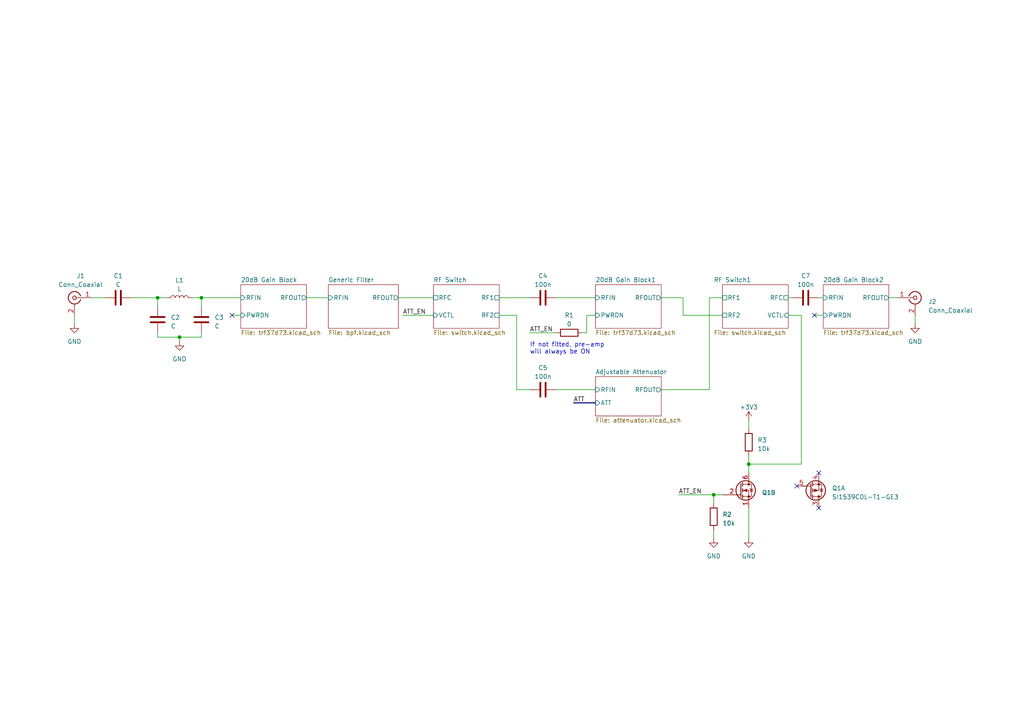
<source format=kicad_sch>
(kicad_sch (version 20210406) (generator eeschema)
  (paper "A4")
  (lib_symbols
    (symbol "Connector:Conn_Coaxial" (pin_names (offset 1.016) hide)
      (property "Reference" "J" (at 0.254 3.048 0))
      (property "Value" "Conn_Coaxial" (at 2.921 0 90))
      (symbol "Conn_Coaxial_0_1"
        (arc (start -1.778 0.508) (end 1.778 0) (radius (at -0.0508 0) (length 1.8034) (angles 163.6 0)) (stroke (width 0.254)))
        (arc (start 1.778 0) (end -1.778 -0.508) (radius (at -0.0254 0) (length 1.8034) (angles 0 -163.8)) (stroke (width 0.254)))
        (circle (center 0 0) (radius 0.508) (stroke (width 0.2032)))
        (polyline (pts (xy -2.54 0) (xy -0.508 0)))
        (polyline (pts (xy 0 -2.54) (xy 0 -1.778)))
      )
      (symbol "Conn_Coaxial_1_1"
        (pin passive line (at -5.08 0 0) (length 2.54) (name "In") (number "1"))
        (pin passive line (at 0 -5.08 90) (length 2.54) (name "Ext") (number "2"))
      )
    )
    (symbol "Device:C" (pin_numbers hide) (pin_names (offset 0.254))
      (property "Reference" "C" (at 0.635 2.54 0))
      (property "Value" "C" (at 0.635 -2.54 0))
      (symbol "C_0_1"
        (polyline (pts (xy -2.032 -0.762) (xy 2.032 -0.762)) (stroke (width 0.508)))
        (polyline (pts (xy -2.032 0.762) (xy 2.032 0.762)) (stroke (width 0.508)))
      )
      (symbol "C_1_1"
        (pin passive line (at 0 3.81 270) (length 2.794) (name "~") (number "1"))
        (pin passive line (at 0 -3.81 90) (length 2.794) (name "~") (number "2"))
      )
    )
    (symbol "Device:L" (pin_numbers hide) (pin_names (offset 1.016) hide)
      (property "Reference" "L" (at -1.27 0 90))
      (property "Value" "L" (at 1.905 0 90))
      (symbol "L_0_1"
        (arc (start 0 -2.54) (end 0 -1.27) (radius (at 0 -1.905) (length 0.635) (angles -89.9 89.9)))
        (arc (start 0 -1.27) (end 0 0) (radius (at 0 -0.635) (length 0.635) (angles -89.9 89.9)))
        (arc (start 0 0) (end 0 1.27) (radius (at 0 0.635) (length 0.635) (angles -89.9 89.9)))
        (arc (start 0 1.27) (end 0 2.54) (radius (at 0 1.905) (length 0.635) (angles -89.9 89.9)))
      )
      (symbol "L_1_1"
        (pin passive line (at 0 3.81 270) (length 1.27) (name "1") (number "1"))
        (pin passive line (at 0 -3.81 90) (length 1.27) (name "2") (number "2"))
      )
    )
    (symbol "Device:R" (pin_numbers hide) (pin_names (offset 0))
      (property "Reference" "R" (at 2.032 0 90))
      (property "Value" "R" (at 0 0 90))
      (symbol "R_0_1"
        (rectangle (start -1.016 -2.54) (end 1.016 2.54) (stroke (width 0.254)))
      )
      (symbol "R_1_1"
        (pin passive line (at 0 3.81 270) (length 1.27) (name "~") (number "1"))
        (pin passive line (at 0 -3.81 90) (length 1.27) (name "~") (number "2"))
      )
    )
    (symbol "FET_WUT:SI1539CDL-T1-GE3" (pin_names (offset 1.016))
      (property "Reference" "Q" (at 2.54 2.54 0))
      (property "Value" "SI1539CDL-T1-GE3" (at 11.43 -2.54 0))
      (symbol "SI1539CDL-T1-GE3_1_1"
        (circle (center -0.889 0) (radius 2.8194) (stroke (width 0.254)))
        (circle (center 0 -1.778) (radius 0.2794) (fill (type outline)))
        (circle (center 0 1.778) (radius 0.2794) (fill (type outline)))
        (polyline (pts (xy -5.08 1.27) (xy -2.286 1.27)))
        (polyline (pts (xy -1.778 -2.286) (xy -1.778 -1.27)) (stroke (width 0.254)))
        (polyline (pts (xy -1.778 -1.778) (xy 0 -1.778)))
        (polyline (pts (xy -1.778 -0.508) (xy -1.778 0.508)) (stroke (width 0.254)))
        (polyline (pts (xy -1.778 0) (xy 0 0)))
        (polyline (pts (xy -1.778 1.27) (xy -1.778 2.286)) (stroke (width 0.254)))
        (polyline (pts (xy -1.778 1.778) (xy 0 1.778)))
        (polyline (pts (xy 0 -2.54) (xy 0 -1.778)))
        (polyline (pts (xy 0 1.778) (xy 0 0)))
        (polyline (pts (xy 0 1.778) (xy 0 2.54)))
        (polyline (pts (xy -2.286 -1.905) (xy -2.286 1.905) (xy -2.286 1.905)) (stroke (width 0.254)))
        (polyline (pts (xy 0 1.778) (xy 0.762 1.778) (xy 0.762 -1.778) (xy 0 -1.778)))
        (polyline (pts (xy 0.254 0.508) (xy 0.381 0.381) (xy 1.143 0.381) (xy 1.27 0.254)))
        (polyline (pts (xy 0.762 0.381) (xy 0.381 -0.254) (xy 1.143 -0.254) (xy 0.762 0.381)))
        (polyline (pts (xy -0.254 0) (xy -1.27 0.381) (xy -1.27 -0.381) (xy -0.254 0)) (fill (type outline)))
        (pin passive line (at 0 -5.08 90) (length 2.54) (name "~") (number "3"))
        (pin passive line (at 0 5.08 270) (length 2.54) (name "~") (number "4"))
        (pin input line (at -6.35 1.27 0) (length 2.54) (name "~") (number "5"))
      )
      (symbol "SI1539CDL-T1-GE3_2_1"
        (circle (center -0.889 0) (radius 2.8194) (stroke (width 0.254)))
        (circle (center 0 -1.778) (radius 0.2794) (fill (type outline)))
        (circle (center 0 1.778) (radius 0.2794) (fill (type outline)))
        (polyline (pts (xy -1.778 -1.778) (xy 0 -1.778)))
        (polyline (pts (xy -1.778 -1.27) (xy -1.778 -2.286)) (stroke (width 0.254)))
        (polyline (pts (xy -1.778 0) (xy 0 0)))
        (polyline (pts (xy -1.778 0.508) (xy -1.778 -0.508)) (stroke (width 0.254)))
        (polyline (pts (xy -1.778 1.778) (xy 0 1.778)))
        (polyline (pts (xy -1.778 2.286) (xy -1.778 1.27)) (stroke (width 0.254)))
        (polyline (pts (xy 0 -1.778) (xy 0 -2.54)))
        (polyline (pts (xy 0 -1.778) (xy 0 0)))
        (polyline (pts (xy 0 2.54) (xy 0 1.778)))
        (polyline (pts (xy -2.286 1.905) (xy -2.286 -1.905) (xy -2.286 -1.905)) (stroke (width 0.254)))
        (polyline (pts (xy 0 -1.778) (xy 0.762 -1.778) (xy 0.762 1.778) (xy 0 1.778)))
        (polyline (pts (xy 0.254 0.508) (xy 0.381 0.381) (xy 1.143 0.381) (xy 1.27 0.254)))
        (polyline (pts (xy 0.762 0.381) (xy 0.381 -0.254) (xy 1.143 -0.254) (xy 0.762 0.381)))
        (polyline (pts (xy -1.524 0) (xy -0.508 0.381) (xy -0.508 -0.381) (xy -1.524 0)) (fill (type outline)))
        (pin passive line (at 0 -5.08 90) (length 2.54) (name "~") (number "1"))
        (pin input line (at -7.62 -1.27 0) (length 5.334) (name "~") (number "2"))
        (pin passive line (at 0 5.08 270) (length 2.54) (name "~") (number "6"))
      )
    )
    (symbol "power:+3.3V" (power) (pin_names (offset 0))
      (property "Value" "+3.3V" (at 0 3.556 0))
      (symbol "+3.3V_0_1"
        (polyline (pts (xy -0.762 1.27) (xy 0 2.54)))
        (polyline (pts (xy 0 0) (xy 0 2.54)))
        (polyline (pts (xy 0 2.54) (xy 0.762 1.27)))
      )
      (symbol "+3.3V_1_1"
        (pin power_in line (at 0 0 90) (length 0) hide (name "+3V3") (number "1"))
      )
    )
    (symbol "power:GND" (power) (pin_names (offset 0))
      (property "Value" "GND" (at 0 -3.81 0))
      (symbol "GND_0_1"
        (polyline (pts (xy 0 0) (xy 0 -1.27) (xy 1.27 -1.27) (xy 0 -2.54) (xy -1.27 -1.27) (xy 0 -1.27)))
      )
      (symbol "GND_1_1"
        (pin power_in line (at 0 0 270) (length 0) hide (name "GND") (number "1"))
      )
    )
  )
  (junction (at 45.72 86.36) (diameter 0.9144))
  (junction (at 52.07 97.79) (diameter 0.9144))
  (junction (at 58.42 86.36) (diameter 0.9144))
  (junction (at 207.01 143.51) (diameter 0.9144))
  (junction (at 217.17 134.62) (diameter 0.9144))
  (no_connect (at 67.31 91.44))
  (no_connect (at 231.14 140.97))
  (no_connect (at 236.22 91.44))
  (no_connect (at 237.49 137.16))
  (no_connect (at 237.49 147.32))
  (wire (pts (xy 21.59 91.44) (xy 21.59 93.98)))
  (wire (pts (xy 26.67 86.36) (xy 30.48 86.36)))
  (wire (pts (xy 38.1 86.36) (xy 45.72 86.36)))
  (wire (pts (xy 45.72 86.36) (xy 45.72 88.9)))
  (wire (pts (xy 45.72 86.36) (xy 48.26 86.36)))
  (wire (pts (xy 45.72 96.52) (xy 45.72 97.79)))
  (wire (pts (xy 45.72 97.79) (xy 52.07 97.79)))
  (wire (pts (xy 52.07 97.79) (xy 52.07 99.06)))
  (wire (pts (xy 52.07 97.79) (xy 58.42 97.79)))
  (wire (pts (xy 55.88 86.36) (xy 58.42 86.36)))
  (wire (pts (xy 58.42 86.36) (xy 58.42 88.9)))
  (wire (pts (xy 58.42 86.36) (xy 69.85 86.36)))
  (wire (pts (xy 58.42 97.79) (xy 58.42 96.52)))
  (wire (pts (xy 67.31 91.44) (xy 69.85 91.44)))
  (wire (pts (xy 88.9 86.36) (xy 95.25 86.36)))
  (wire (pts (xy 115.57 86.36) (xy 125.73 86.36)))
  (wire (pts (xy 116.84 91.44) (xy 125.73 91.44)))
  (wire (pts (xy 144.78 86.36) (xy 153.67 86.36)))
  (wire (pts (xy 144.78 91.44) (xy 149.86 91.44)))
  (wire (pts (xy 149.86 113.03) (xy 149.86 91.44)))
  (wire (pts (xy 149.86 113.03) (xy 153.67 113.03)))
  (wire (pts (xy 153.67 96.52) (xy 161.29 96.52)))
  (wire (pts (xy 161.29 86.36) (xy 172.72 86.36)))
  (wire (pts (xy 161.29 113.03) (xy 172.72 113.03)))
  (wire (pts (xy 170.18 91.44) (xy 170.18 96.52)))
  (wire (pts (xy 170.18 96.52) (xy 168.91 96.52)))
  (wire (pts (xy 172.72 91.44) (xy 170.18 91.44)))
  (wire (pts (xy 191.77 113.03) (xy 205.74 113.03)))
  (wire (pts (xy 196.85 143.51) (xy 207.01 143.51)))
  (wire (pts (xy 198.12 86.36) (xy 191.77 86.36)))
  (wire (pts (xy 198.12 91.44) (xy 198.12 86.36)))
  (wire (pts (xy 205.74 86.36) (xy 205.74 113.03)))
  (wire (pts (xy 207.01 143.51) (xy 207.01 146.05)))
  (wire (pts (xy 207.01 153.67) (xy 207.01 156.21)))
  (wire (pts (xy 209.55 86.36) (xy 205.74 86.36)))
  (wire (pts (xy 209.55 91.44) (xy 198.12 91.44)))
  (wire (pts (xy 209.55 143.51) (xy 207.01 143.51)))
  (wire (pts (xy 217.17 121.92) (xy 217.17 124.46)))
  (wire (pts (xy 217.17 132.08) (xy 217.17 134.62)))
  (wire (pts (xy 217.17 134.62) (xy 217.17 137.16)))
  (wire (pts (xy 217.17 134.62) (xy 232.41 134.62)))
  (wire (pts (xy 217.17 147.32) (xy 217.17 156.21)))
  (wire (pts (xy 228.6 86.36) (xy 229.87 86.36)))
  (wire (pts (xy 232.41 91.44) (xy 228.6 91.44)))
  (wire (pts (xy 232.41 134.62) (xy 232.41 91.44)))
  (wire (pts (xy 236.22 91.44) (xy 238.76 91.44)))
  (wire (pts (xy 237.49 86.36) (xy 238.76 86.36)))
  (wire (pts (xy 257.81 86.36) (xy 260.35 86.36)))
  (wire (pts (xy 265.43 91.44) (xy 265.43 93.98)))
  (bus (pts (xy 166.37 116.84) (xy 172.72 116.84)))
  (text "If not fitted, pre-amp\nwill always be ON" (at 153.67 102.87 0) (effects (font (size 1.27 1.27)) (justify left bottom)))
  (label "ATT_EN" (at 116.84 91.44 0))
  (label "ATT_EN" (at 153.67 96.52 0))
  (label "ATT" (at 166.37 116.84 0))
  (label "ATT_EN" (at 196.85 143.51 0))
  (symbol (lib_id "power:+3.3V") (at 217.17 121.92 0) (unit 1)
    (property "Reference" "#PWR04" (effects hide))
    (property "Value" "+3.3V" (at 217.17 118.11 0))
  )
  (symbol (lib_id "power:GND") (at 21.59 93.98 0) (unit 1)
    (property "Reference" "#PWR01" (effects hide))
    (property "Value" "GND" (at 21.59 99.06 0))
  )
  (symbol (lib_id "power:GND") (at 52.07 99.06 0) (unit 1)
    (property "Reference" "#PWR02" (effects hide))
    (property "Value" "GND" (at 52.07 104.14 0))
  )
  (symbol (lib_id "power:GND") (at 207.01 156.21 0) (unit 1)
    (property "Reference" "#PWR03" (effects hide))
    (property "Value" "GND" (at 207.01 161.29 0))
  )
  (symbol (lib_id "power:GND") (at 217.17 156.21 0) (unit 1)
    (property "Reference" "#PWR05" (effects hide))
    (property "Value" "GND" (at 217.17 161.29 0))
  )
  (symbol (lib_id "power:GND") (at 265.43 93.98 0) (unit 1)
    (property "Reference" "#PWR06" (effects hide))
    (property "Value" "GND" (at 265.43 99.06 0))
  )
  (symbol (lib_id "Device:L") (at 52.07 86.36 90) (unit 1)
    (property "Reference" "L1" (at 52.07 81.28 90))
    (property "Value" "L" (at 52.07 83.82 90))
    (property "Footprint" "Inductor_SMD:L_0603_1608Metric" (effects hide))
  )
  (symbol (lib_id "Device:R") (at 165.1 96.52 90) (unit 1)
    (property "Reference" "R1" (at 165.1 91.44 90))
    (property "Value" "0" (at 165.1 93.98 90))
    (property "Footprint" "Resistor_SMD:R_0402_1005Metric" (effects hide))
  )
  (symbol (lib_id "Device:R") (at 207.01 149.86 0) (unit 1)
    (property "Reference" "R2" (at 209.55 149.2249 0) (effects (justify left)))
    (property "Value" "10k" (at 209.55 151.7649 0) (effects (justify left)))
    (property "Footprint" "Resistor_SMD:R_0402_1005Metric" (effects hide))
  )
  (symbol (lib_id "Device:R") (at 217.17 128.27 0) (unit 1)
    (property "Reference" "R3" (at 219.71 127.6349 0) (effects (justify left)))
    (property "Value" "10k" (at 219.71 130.1749 0) (effects (justify left)))
    (property "Footprint" "Resistor_SMD:R_0402_1005Metric" (effects hide))
  )
  (symbol (lib_id "Device:C") (at 34.29 86.36 90) (unit 1)
    (property "Reference" "C1" (at 34.29 80.01 90))
    (property "Value" "C" (at 34.29 82.55 90))
    (property "Footprint" "Capacitor_SMD:C_0402_1005Metric" (effects hide))
  )
  (symbol (lib_id "Device:C") (at 45.72 92.71 0) (unit 1)
    (property "Reference" "C2" (at 49.53 92.0749 0) (effects (justify left)))
    (property "Value" "C" (at 49.53 94.6149 0) (effects (justify left)))
    (property "Footprint" "Capacitor_SMD:C_0402_1005Metric" (effects hide))
  )
  (symbol (lib_id "Device:C") (at 58.42 92.71 0) (unit 1)
    (property "Reference" "C3" (at 62.23 92.0749 0) (effects (justify left)))
    (property "Value" "C" (at 62.23 94.6149 0) (effects (justify left)))
    (property "Footprint" "Capacitor_SMD:C_0402_1005Metric" (effects hide))
  )
  (symbol (lib_id "Device:C") (at 157.48 86.36 90) (unit 1)
    (property "Reference" "C4" (at 157.48 80.01 90))
    (property "Value" "100n" (at 157.48 82.55 90))
    (property "Footprint" "Capacitor_SMD:C_0402_1005Metric" (effects hide))
  )
  (symbol (lib_id "Device:C") (at 157.48 113.03 90) (unit 1)
    (property "Reference" "C5" (at 157.48 106.68 90))
    (property "Value" "100n" (at 157.48 109.22 90))
    (property "Footprint" "Capacitor_SMD:C_0402_1005Metric" (effects hide))
  )
  (symbol (lib_id "Device:C") (at 233.68 86.36 90) (unit 1)
    (property "Reference" "C7" (at 233.68 80.01 90))
    (property "Value" "100n" (at 233.68 82.55 90))
    (property "Footprint" "Capacitor_SMD:C_0402_1005Metric" (effects hide))
  )
  (symbol (lib_id "Connector:Conn_Coaxial") (at 21.59 86.36 0) (mirror y) (unit 1)
    (property "Reference" "J1" (at 23.368 80.01 0))
    (property "Value" "Conn_Coaxial" (at 23.368 82.55 0))
    (property "Footprint" "Connector_WUT:SMA_Molex_73251-1150_EdgeMount_Horizontal" (effects hide))
    (property "Datasheet" " ~" (effects hide))
  )
  (symbol (lib_id "Connector:Conn_Coaxial") (at 265.43 86.36 0) (unit 1)
    (property "Reference" "J2" (at 269.24 87.4902 0) (effects (justify left)))
    (property "Value" "Conn_Coaxial" (at 269.24 90.0302 0) (effects (justify left)))
    (property "Footprint" "Connector_WUT:SMA_Molex_73251-1150_EdgeMount_Horizontal" (effects hide))
    (property "Datasheet" " ~" (effects hide))
  )
  (symbol (lib_id "FET_WUT:SI1539CDL-T1-GE3") (at 237.49 142.24 0) (unit 1)
    (property "Reference" "Q1" (at 241.3 141.6049 0) (effects (justify left)))
    (property "Value" "SI1539CDL-T1-GE3" (at 241.3 144.1449 0) (effects (justify left)))
    (property "Footprint" "Package_TO_SOT_SMD:SOT-363_SC-70-6" (effects hide))
    (property "Datasheet" "http://www.farnell.com/datasheets/2046888.pdf?_ga=2.10385267.757253015.1566033402-1939168838.1503764787&_gac=1.194507103.1566045244.Cj0KCQjwy97qBRDoARIsAITONTJuV5xFoCHf_GI1a48CAr1bhcTG8MWnV8MNsj2BZU5FrIPf5CF8XT8aAi5HEALw_wcB" (effects hide))
  )
  (symbol (lib_id "FET_WUT:SI1539CDL-T1-GE3") (at 217.17 142.24 0) (unit 2)
    (property "Reference" "Q1" (at 220.98 142.8749 0) (effects (justify left)))
    (property "Value" "SI1539CDL-T1-GE3" (effects hide))
    (property "Footprint" "Package_TO_SOT_SMD:SOT-363_SC-70-6" (effects hide))
    (property "Datasheet" "http://www.farnell.com/datasheets/2046888.pdf?_ga=2.10385267.757253015.1566033402-1939168838.1503764787&_gac=1.194507103.1566045244.Cj0KCQjwy97qBRDoARIsAITONTJuV5xFoCHf_GI1a48CAr1bhcTG8MWnV8MNsj2BZU5FrIPf5CF8XT8aAi5HEALw_wcB" (effects hide))
  )
  (sheet (at 69.85 82.55) (size 19.05 12.7) (stroke (width 0.0006))
    (property "Sheet name" "20dB Gain Block" (at 69.85 81.9143 0) (effects (justify left bottom)))
    (property "Sheet file" "trf37d73.kicad_sch" (at 69.85 95.7587 0) (effects (justify left top)))
    (pin "RFIN" input (at 69.85 86.36 180))
    (pin "RFOUT" output (at 88.9 86.36 0))
    (pin "PWRDN" input (at 69.85 91.44 180))
  )
  (sheet (at 172.72 82.55) (size 19.05 12.7) (stroke (width 0.0006))
    (property "Sheet name" "20dB Gain Block1" (at 172.72 81.9143 0) (effects (justify left bottom)))
    (property "Sheet file" "trf37d73.kicad_sch" (at 172.72 95.7587 0) (effects (justify left top)))
    (pin "RFIN" input (at 172.72 86.36 180))
    (pin "RFOUT" output (at 191.77 86.36 0))
    (pin "PWRDN" input (at 172.72 91.44 180))
  )
  (sheet (at 238.76 82.55) (size 19.05 12.7) (stroke (width 0.0006))
    (property "Sheet name" "20dB Gain Block2" (at 238.76 81.9143 0) (effects (justify left bottom)))
    (property "Sheet file" "trf37d73.kicad_sch" (at 238.76 95.7587 0) (effects (justify left top)))
    (pin "RFIN" input (at 238.76 86.36 180))
    (pin "RFOUT" output (at 257.81 86.36 0))
    (pin "PWRDN" input (at 238.76 91.44 180))
  )
  (sheet (at 172.72 109.22) (size 19.05 11.43) (stroke (width 0.0006))
    (property "Sheet name" "Adjustable Attenuator" (at 172.72 108.5843 0) (effects (justify left bottom)))
    (property "Sheet file" "attenuator.kicad_sch" (at 172.72 121.1587 0) (effects (justify left top)))
    (pin "ATT" input (at 172.72 116.84 180))
    (pin "RFOUT" output (at 191.77 113.03 0))
    (pin "RFIN" input (at 172.72 113.03 180))
  )
  (sheet (at 95.25 82.55) (size 20.32 12.7) (stroke (width 0.0006))
    (property "Sheet name" "Generic Filter" (at 95.25 81.9143 0) (effects (justify left bottom)))
    (property "Sheet file" "bpf.kicad_sch" (at 95.25 95.7587 0) (effects (justify left top)))
    (pin "RFIN" input (at 95.25 86.36 180))
    (pin "RFOUT" output (at 115.57 86.36 0))
  )
  (sheet (at 125.73 82.55) (size 19.05 12.7) (stroke (width 0.0006))
    (property "Sheet name" "RF Switch" (at 125.73 81.9143 0) (effects (justify left bottom)))
    (property "Sheet file" "switch.kicad_sch" (at 125.73 95.7587 0) (effects (justify left top)))
    (pin "RF1" passive (at 144.78 86.36 0))
    (pin "RF2" passive (at 144.78 91.44 0))
    (pin "RFC" passive (at 125.73 86.36 180))
    (pin "VCTL" input (at 125.73 91.44 180))
  )
  (sheet (at 209.55 82.55) (size 19.05 12.7) (stroke (width 0.0006))
    (property "Sheet name" "RF Switch1" (at 207.01 81.9143 0) (effects (justify left bottom)))
    (property "Sheet file" "switch.kicad_sch" (at 207.01 95.7587 0) (effects (justify left top)))
    (pin "RF1" passive (at 209.55 86.36 180))
    (pin "RF2" passive (at 209.55 91.44 180))
    (pin "RFC" passive (at 228.6 86.36 0))
    (pin "VCTL" input (at 228.6 91.44 0))
  )
)
</source>
